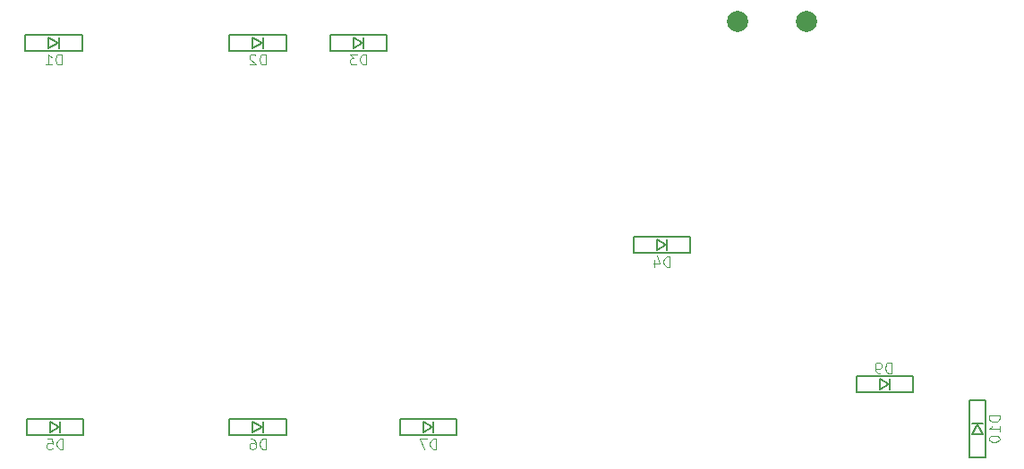
<source format=gbr>
G04 #@! TF.GenerationSoftware,KiCad,Pcbnew,8.0.6*
G04 #@! TF.CreationDate,2025-01-11T22:07:08+09:00*
G04 #@! TF.ProjectId,original_keyboard,6f726967-696e-4616-9c5f-6b6579626f61,rev?*
G04 #@! TF.SameCoordinates,Original*
G04 #@! TF.FileFunction,Legend,Bot*
G04 #@! TF.FilePolarity,Positive*
%FSLAX46Y46*%
G04 Gerber Fmt 4.6, Leading zero omitted, Abs format (unit mm)*
G04 Created by KiCad (PCBNEW 8.0.6) date 2025-01-11 22:07:08*
%MOMM*%
%LPD*%
G01*
G04 APERTURE LIST*
%ADD10C,0.125000*%
%ADD11C,0.150000*%
%ADD12C,2.000000*%
G04 APERTURE END LIST*
D10*
X102338094Y-103051119D02*
X102338094Y-102051119D01*
X102338094Y-102051119D02*
X102099999Y-102051119D01*
X102099999Y-102051119D02*
X101957142Y-102098738D01*
X101957142Y-102098738D02*
X101861904Y-102193976D01*
X101861904Y-102193976D02*
X101814285Y-102289214D01*
X101814285Y-102289214D02*
X101766666Y-102479690D01*
X101766666Y-102479690D02*
X101766666Y-102622547D01*
X101766666Y-102622547D02*
X101814285Y-102813023D01*
X101814285Y-102813023D02*
X101861904Y-102908261D01*
X101861904Y-102908261D02*
X101957142Y-103003500D01*
X101957142Y-103003500D02*
X102099999Y-103051119D01*
X102099999Y-103051119D02*
X102338094Y-103051119D01*
X101433332Y-102051119D02*
X100766666Y-102051119D01*
X100766666Y-102051119D02*
X101195237Y-103051119D01*
X86212094Y-103051119D02*
X86212094Y-102051119D01*
X86212094Y-102051119D02*
X85973999Y-102051119D01*
X85973999Y-102051119D02*
X85831142Y-102098738D01*
X85831142Y-102098738D02*
X85735904Y-102193976D01*
X85735904Y-102193976D02*
X85688285Y-102289214D01*
X85688285Y-102289214D02*
X85640666Y-102479690D01*
X85640666Y-102479690D02*
X85640666Y-102622547D01*
X85640666Y-102622547D02*
X85688285Y-102813023D01*
X85688285Y-102813023D02*
X85735904Y-102908261D01*
X85735904Y-102908261D02*
X85831142Y-103003500D01*
X85831142Y-103003500D02*
X85973999Y-103051119D01*
X85973999Y-103051119D02*
X86212094Y-103051119D01*
X84783523Y-102051119D02*
X84973999Y-102051119D01*
X84973999Y-102051119D02*
X85069237Y-102098738D01*
X85069237Y-102098738D02*
X85116856Y-102146357D01*
X85116856Y-102146357D02*
X85212094Y-102289214D01*
X85212094Y-102289214D02*
X85259713Y-102479690D01*
X85259713Y-102479690D02*
X85259713Y-102860642D01*
X85259713Y-102860642D02*
X85212094Y-102955880D01*
X85212094Y-102955880D02*
X85164475Y-103003500D01*
X85164475Y-103003500D02*
X85069237Y-103051119D01*
X85069237Y-103051119D02*
X84878761Y-103051119D01*
X84878761Y-103051119D02*
X84783523Y-103003500D01*
X84783523Y-103003500D02*
X84735904Y-102955880D01*
X84735904Y-102955880D02*
X84688285Y-102860642D01*
X84688285Y-102860642D02*
X84688285Y-102622547D01*
X84688285Y-102622547D02*
X84735904Y-102527309D01*
X84735904Y-102527309D02*
X84783523Y-102479690D01*
X84783523Y-102479690D02*
X84878761Y-102432071D01*
X84878761Y-102432071D02*
X85069237Y-102432071D01*
X85069237Y-102432071D02*
X85164475Y-102479690D01*
X85164475Y-102479690D02*
X85212094Y-102527309D01*
X85212094Y-102527309D02*
X85259713Y-102622547D01*
X66908094Y-66602119D02*
X66908094Y-65602119D01*
X66908094Y-65602119D02*
X66669999Y-65602119D01*
X66669999Y-65602119D02*
X66527142Y-65649738D01*
X66527142Y-65649738D02*
X66431904Y-65744976D01*
X66431904Y-65744976D02*
X66384285Y-65840214D01*
X66384285Y-65840214D02*
X66336666Y-66030690D01*
X66336666Y-66030690D02*
X66336666Y-66173547D01*
X66336666Y-66173547D02*
X66384285Y-66364023D01*
X66384285Y-66364023D02*
X66431904Y-66459261D01*
X66431904Y-66459261D02*
X66527142Y-66554500D01*
X66527142Y-66554500D02*
X66669999Y-66602119D01*
X66669999Y-66602119D02*
X66908094Y-66602119D01*
X65384285Y-66602119D02*
X65955713Y-66602119D01*
X65669999Y-66602119D02*
X65669999Y-65602119D01*
X65669999Y-65602119D02*
X65765237Y-65744976D01*
X65765237Y-65744976D02*
X65860475Y-65840214D01*
X65860475Y-65840214D02*
X65955713Y-65887833D01*
X95734094Y-66602119D02*
X95734094Y-65602119D01*
X95734094Y-65602119D02*
X95495999Y-65602119D01*
X95495999Y-65602119D02*
X95353142Y-65649738D01*
X95353142Y-65649738D02*
X95257904Y-65744976D01*
X95257904Y-65744976D02*
X95210285Y-65840214D01*
X95210285Y-65840214D02*
X95162666Y-66030690D01*
X95162666Y-66030690D02*
X95162666Y-66173547D01*
X95162666Y-66173547D02*
X95210285Y-66364023D01*
X95210285Y-66364023D02*
X95257904Y-66459261D01*
X95257904Y-66459261D02*
X95353142Y-66554500D01*
X95353142Y-66554500D02*
X95495999Y-66602119D01*
X95495999Y-66602119D02*
X95734094Y-66602119D01*
X94829332Y-65602119D02*
X94210285Y-65602119D01*
X94210285Y-65602119D02*
X94543618Y-65983071D01*
X94543618Y-65983071D02*
X94400761Y-65983071D01*
X94400761Y-65983071D02*
X94305523Y-66030690D01*
X94305523Y-66030690D02*
X94257904Y-66078309D01*
X94257904Y-66078309D02*
X94210285Y-66173547D01*
X94210285Y-66173547D02*
X94210285Y-66411642D01*
X94210285Y-66411642D02*
X94257904Y-66506880D01*
X94257904Y-66506880D02*
X94305523Y-66554500D01*
X94305523Y-66554500D02*
X94400761Y-66602119D01*
X94400761Y-66602119D02*
X94686475Y-66602119D01*
X94686475Y-66602119D02*
X94781713Y-66554500D01*
X94781713Y-66554500D02*
X94829332Y-66506880D01*
X124433094Y-85779119D02*
X124433094Y-84779119D01*
X124433094Y-84779119D02*
X124194999Y-84779119D01*
X124194999Y-84779119D02*
X124052142Y-84826738D01*
X124052142Y-84826738D02*
X123956904Y-84921976D01*
X123956904Y-84921976D02*
X123909285Y-85017214D01*
X123909285Y-85017214D02*
X123861666Y-85207690D01*
X123861666Y-85207690D02*
X123861666Y-85350547D01*
X123861666Y-85350547D02*
X123909285Y-85541023D01*
X123909285Y-85541023D02*
X123956904Y-85636261D01*
X123956904Y-85636261D02*
X124052142Y-85731500D01*
X124052142Y-85731500D02*
X124194999Y-85779119D01*
X124194999Y-85779119D02*
X124433094Y-85779119D01*
X123004523Y-85112452D02*
X123004523Y-85779119D01*
X123242618Y-84731500D02*
X123480713Y-85445785D01*
X123480713Y-85445785D02*
X122861666Y-85445785D01*
X86209094Y-66602119D02*
X86209094Y-65602119D01*
X86209094Y-65602119D02*
X85970999Y-65602119D01*
X85970999Y-65602119D02*
X85828142Y-65649738D01*
X85828142Y-65649738D02*
X85732904Y-65744976D01*
X85732904Y-65744976D02*
X85685285Y-65840214D01*
X85685285Y-65840214D02*
X85637666Y-66030690D01*
X85637666Y-66030690D02*
X85637666Y-66173547D01*
X85637666Y-66173547D02*
X85685285Y-66364023D01*
X85685285Y-66364023D02*
X85732904Y-66459261D01*
X85732904Y-66459261D02*
X85828142Y-66554500D01*
X85828142Y-66554500D02*
X85970999Y-66602119D01*
X85970999Y-66602119D02*
X86209094Y-66602119D01*
X85256713Y-65697357D02*
X85209094Y-65649738D01*
X85209094Y-65649738D02*
X85113856Y-65602119D01*
X85113856Y-65602119D02*
X84875761Y-65602119D01*
X84875761Y-65602119D02*
X84780523Y-65649738D01*
X84780523Y-65649738D02*
X84732904Y-65697357D01*
X84732904Y-65697357D02*
X84685285Y-65792595D01*
X84685285Y-65792595D02*
X84685285Y-65887833D01*
X84685285Y-65887833D02*
X84732904Y-66030690D01*
X84732904Y-66030690D02*
X85304332Y-66602119D01*
X85304332Y-66602119D02*
X84685285Y-66602119D01*
X145394094Y-95833119D02*
X145394094Y-94833119D01*
X145394094Y-94833119D02*
X145155999Y-94833119D01*
X145155999Y-94833119D02*
X145013142Y-94880738D01*
X145013142Y-94880738D02*
X144917904Y-94975976D01*
X144917904Y-94975976D02*
X144870285Y-95071214D01*
X144870285Y-95071214D02*
X144822666Y-95261690D01*
X144822666Y-95261690D02*
X144822666Y-95404547D01*
X144822666Y-95404547D02*
X144870285Y-95595023D01*
X144870285Y-95595023D02*
X144917904Y-95690261D01*
X144917904Y-95690261D02*
X145013142Y-95785500D01*
X145013142Y-95785500D02*
X145155999Y-95833119D01*
X145155999Y-95833119D02*
X145394094Y-95833119D01*
X144346475Y-95833119D02*
X144155999Y-95833119D01*
X144155999Y-95833119D02*
X144060761Y-95785500D01*
X144060761Y-95785500D02*
X144013142Y-95737880D01*
X144013142Y-95737880D02*
X143917904Y-95595023D01*
X143917904Y-95595023D02*
X143870285Y-95404547D01*
X143870285Y-95404547D02*
X143870285Y-95023595D01*
X143870285Y-95023595D02*
X143917904Y-94928357D01*
X143917904Y-94928357D02*
X143965523Y-94880738D01*
X143965523Y-94880738D02*
X144060761Y-94833119D01*
X144060761Y-94833119D02*
X144251237Y-94833119D01*
X144251237Y-94833119D02*
X144346475Y-94880738D01*
X144346475Y-94880738D02*
X144394094Y-94928357D01*
X144394094Y-94928357D02*
X144441713Y-95023595D01*
X144441713Y-95023595D02*
X144441713Y-95261690D01*
X144441713Y-95261690D02*
X144394094Y-95356928D01*
X144394094Y-95356928D02*
X144346475Y-95404547D01*
X144346475Y-95404547D02*
X144251237Y-95452166D01*
X144251237Y-95452166D02*
X144060761Y-95452166D01*
X144060761Y-95452166D02*
X143965523Y-95404547D01*
X143965523Y-95404547D02*
X143917904Y-95356928D01*
X143917904Y-95356928D02*
X143870285Y-95261690D01*
X67032094Y-103051119D02*
X67032094Y-102051119D01*
X67032094Y-102051119D02*
X66793999Y-102051119D01*
X66793999Y-102051119D02*
X66651142Y-102098738D01*
X66651142Y-102098738D02*
X66555904Y-102193976D01*
X66555904Y-102193976D02*
X66508285Y-102289214D01*
X66508285Y-102289214D02*
X66460666Y-102479690D01*
X66460666Y-102479690D02*
X66460666Y-102622547D01*
X66460666Y-102622547D02*
X66508285Y-102813023D01*
X66508285Y-102813023D02*
X66555904Y-102908261D01*
X66555904Y-102908261D02*
X66651142Y-103003500D01*
X66651142Y-103003500D02*
X66793999Y-103051119D01*
X66793999Y-103051119D02*
X67032094Y-103051119D01*
X65555904Y-102051119D02*
X66032094Y-102051119D01*
X66032094Y-102051119D02*
X66079713Y-102527309D01*
X66079713Y-102527309D02*
X66032094Y-102479690D01*
X66032094Y-102479690D02*
X65936856Y-102432071D01*
X65936856Y-102432071D02*
X65698761Y-102432071D01*
X65698761Y-102432071D02*
X65603523Y-102479690D01*
X65603523Y-102479690D02*
X65555904Y-102527309D01*
X65555904Y-102527309D02*
X65508285Y-102622547D01*
X65508285Y-102622547D02*
X65508285Y-102860642D01*
X65508285Y-102860642D02*
X65555904Y-102955880D01*
X65555904Y-102955880D02*
X65603523Y-103003500D01*
X65603523Y-103003500D02*
X65698761Y-103051119D01*
X65698761Y-103051119D02*
X65936856Y-103051119D01*
X65936856Y-103051119D02*
X66032094Y-103003500D01*
X66032094Y-103003500D02*
X66079713Y-102955880D01*
X155629119Y-99877714D02*
X154629119Y-99877714D01*
X154629119Y-99877714D02*
X154629119Y-100115809D01*
X154629119Y-100115809D02*
X154676738Y-100258666D01*
X154676738Y-100258666D02*
X154771976Y-100353904D01*
X154771976Y-100353904D02*
X154867214Y-100401523D01*
X154867214Y-100401523D02*
X155057690Y-100449142D01*
X155057690Y-100449142D02*
X155200547Y-100449142D01*
X155200547Y-100449142D02*
X155391023Y-100401523D01*
X155391023Y-100401523D02*
X155486261Y-100353904D01*
X155486261Y-100353904D02*
X155581500Y-100258666D01*
X155581500Y-100258666D02*
X155629119Y-100115809D01*
X155629119Y-100115809D02*
X155629119Y-99877714D01*
X155629119Y-101401523D02*
X155629119Y-100830095D01*
X155629119Y-101115809D02*
X154629119Y-101115809D01*
X154629119Y-101115809D02*
X154771976Y-101020571D01*
X154771976Y-101020571D02*
X154867214Y-100925333D01*
X154867214Y-100925333D02*
X154914833Y-100830095D01*
X154629119Y-102020571D02*
X154629119Y-102115809D01*
X154629119Y-102115809D02*
X154676738Y-102211047D01*
X154676738Y-102211047D02*
X154724357Y-102258666D01*
X154724357Y-102258666D02*
X154819595Y-102306285D01*
X154819595Y-102306285D02*
X155010071Y-102353904D01*
X155010071Y-102353904D02*
X155248166Y-102353904D01*
X155248166Y-102353904D02*
X155438642Y-102306285D01*
X155438642Y-102306285D02*
X155533880Y-102258666D01*
X155533880Y-102258666D02*
X155581500Y-102211047D01*
X155581500Y-102211047D02*
X155629119Y-102115809D01*
X155629119Y-102115809D02*
X155629119Y-102020571D01*
X155629119Y-102020571D02*
X155581500Y-101925333D01*
X155581500Y-101925333D02*
X155533880Y-101877714D01*
X155533880Y-101877714D02*
X155438642Y-101830095D01*
X155438642Y-101830095D02*
X155248166Y-101782476D01*
X155248166Y-101782476D02*
X155010071Y-101782476D01*
X155010071Y-101782476D02*
X154819595Y-101830095D01*
X154819595Y-101830095D02*
X154724357Y-101877714D01*
X154724357Y-101877714D02*
X154676738Y-101925333D01*
X154676738Y-101925333D02*
X154629119Y-102020571D01*
D11*
X98900000Y-100215000D02*
X98900000Y-101715000D01*
X98900000Y-101715000D02*
X104300000Y-101715000D01*
X101100000Y-100465000D02*
X102000000Y-100965000D01*
X101100000Y-101465000D02*
X101100000Y-100465000D01*
X102000000Y-100965000D02*
X101100000Y-101465000D01*
X102100000Y-101465000D02*
X102100000Y-100465000D01*
X104300000Y-100215000D02*
X98900000Y-100215000D01*
X104300000Y-101715000D02*
X104300000Y-100215000D01*
X82774000Y-100215000D02*
X82774000Y-101715000D01*
X82774000Y-101715000D02*
X88174000Y-101715000D01*
X84974000Y-100465000D02*
X85874000Y-100965000D01*
X84974000Y-101465000D02*
X84974000Y-100465000D01*
X85874000Y-100965000D02*
X84974000Y-101465000D01*
X85974000Y-101465000D02*
X85974000Y-100465000D01*
X88174000Y-100215000D02*
X82774000Y-100215000D01*
X88174000Y-101715000D02*
X88174000Y-100215000D01*
X63470000Y-63766000D02*
X63470000Y-65266000D01*
X63470000Y-65266000D02*
X68870000Y-65266000D01*
X65670000Y-64016000D02*
X66570000Y-64516000D01*
X65670000Y-65016000D02*
X65670000Y-64016000D01*
X66570000Y-64516000D02*
X65670000Y-65016000D01*
X66670000Y-65016000D02*
X66670000Y-64016000D01*
X68870000Y-63766000D02*
X63470000Y-63766000D01*
X68870000Y-65266000D02*
X68870000Y-63766000D01*
X92296000Y-63766000D02*
X92296000Y-65266000D01*
X92296000Y-65266000D02*
X97696000Y-65266000D01*
X94496000Y-64016000D02*
X95396000Y-64516000D01*
X94496000Y-65016000D02*
X94496000Y-64016000D01*
X95396000Y-64516000D02*
X94496000Y-65016000D01*
X95496000Y-65016000D02*
X95496000Y-64016000D01*
X97696000Y-63766000D02*
X92296000Y-63766000D01*
X97696000Y-65266000D02*
X97696000Y-63766000D01*
X120995000Y-82943000D02*
X120995000Y-84443000D01*
X120995000Y-84443000D02*
X126395000Y-84443000D01*
X123195000Y-83193000D02*
X124095000Y-83693000D01*
X123195000Y-84193000D02*
X123195000Y-83193000D01*
X124095000Y-83693000D02*
X123195000Y-84193000D01*
X124195000Y-84193000D02*
X124195000Y-83193000D01*
X126395000Y-82943000D02*
X120995000Y-82943000D01*
X126395000Y-84443000D02*
X126395000Y-82943000D01*
X82771000Y-63766000D02*
X82771000Y-65266000D01*
X82771000Y-65266000D02*
X88171000Y-65266000D01*
X84971000Y-64016000D02*
X85871000Y-64516000D01*
X84971000Y-65016000D02*
X84971000Y-64016000D01*
X85871000Y-64516000D02*
X84971000Y-65016000D01*
X85971000Y-65016000D02*
X85971000Y-64016000D01*
X88171000Y-63766000D02*
X82771000Y-63766000D01*
X88171000Y-65266000D02*
X88171000Y-63766000D01*
X142080000Y-96151000D02*
X142080000Y-97651000D01*
X142080000Y-97651000D02*
X147480000Y-97651000D01*
X144280000Y-96401000D02*
X145180000Y-96901000D01*
X144280000Y-97401000D02*
X144280000Y-96401000D01*
X145180000Y-96901000D02*
X144280000Y-97401000D01*
X145280000Y-97401000D02*
X145280000Y-96401000D01*
X147480000Y-96151000D02*
X142080000Y-96151000D01*
X147480000Y-97651000D02*
X147480000Y-96151000D01*
X63594000Y-100215000D02*
X63594000Y-101715000D01*
X63594000Y-101715000D02*
X68994000Y-101715000D01*
X65794000Y-100465000D02*
X66694000Y-100965000D01*
X65794000Y-101465000D02*
X65794000Y-100465000D01*
X66694000Y-100965000D02*
X65794000Y-101465000D01*
X66794000Y-101465000D02*
X66794000Y-100465000D01*
X68994000Y-100215000D02*
X63594000Y-100215000D01*
X68994000Y-101715000D02*
X68994000Y-100215000D01*
X152793000Y-98392000D02*
X152793000Y-103792000D01*
X152793000Y-103792000D02*
X154293000Y-103792000D01*
X153043000Y-101592000D02*
X153543000Y-100692000D01*
X153543000Y-100692000D02*
X154043000Y-101592000D01*
X154043000Y-100592000D02*
X153043000Y-100592000D01*
X154043000Y-101592000D02*
X153043000Y-101592000D01*
X154293000Y-98392000D02*
X152793000Y-98392000D01*
X154293000Y-103792000D02*
X154293000Y-98392000D01*
D12*
X137362000Y-62484000D03*
X130862000Y-62484000D03*
M02*

</source>
